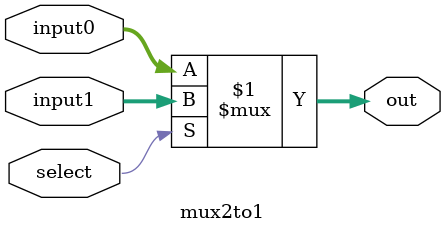
<source format=v>
/*
	Authored 2018-2019, Ryan Voo.

	All rights reserved.
	Redistribution and use in source and binary forms, with or without
	modification, are permitted provided that the following conditions
	are met:

	*	Redistributions of source code must retain the above
		copyright notice, this list of conditions and the following
		disclaimer.

	*	Redistributions in binary form must reproduce the above
		copyright notice, this list of conditions and the following
		disclaimer in the documentation and/or other materials
		provided with the distribution.

	*	Neither the name of the author nor the names of its
		contributors may be used to endorse or promote products
		derived from this software without specific prior written
		permission.

	THIS SOFTWARE IS PROVIDED BY THE COPYRIGHT HOLDERS AND CONTRIBUTORS
	"AS IS" AND ANY EXPRESS OR IMPLIED WARRANTIES, INCLUDING, BUT NOT
	LIMITED TO, THE IMPLIED WARRANTIES OF MERCHANTABILITY AND FITNESS
	FOR A PARTICULAR PURPOSE ARE DISCLAIMED. IN NO EVENT SHALL THE
	COPYRIGHT OWNER OR CONTRIBUTORS BE LIABLE FOR ANY DIRECT, INDIRECT,
	INCIDENTAL, SPECIAL, EXEMPLARY, OR CONSEQUENTIAL DAMAGES (INCLUDING,
	BUT NOT LIMITED TO, PROCUREMENT OF SUBSTITUTE GOODS OR SERVICES;
	LOSS OF USE, DATA, OR PROFITS; OR BUSINESS INTERRUPTION) HOWEVER
	CAUSED AND ON ANY THEORY OF LIABILITY, WHETHER IN CONTRACT, STRICT
	LIABILITY, OR TORT (INCLUDING NEGLIGENCE OR OTHERWISE) ARISING IN
	ANY WAY OUT OF THE USE OF THIS SOFTWARE, EVEN IF ADVISED OF THE
	POSSIBILITY OF SUCH DAMAGE.
*/



/*
 *	2 to 1 multiplexer
 */



module mux2to1 #(
		parameter width=32
	) (
		input [width - 1:0]		input0,
		input [width - 1:0]		input1,
		input 					select,
		output [width - 1:0]	out
	);

	assign out = (select) ? input1 : input0;
endmodule

</source>
